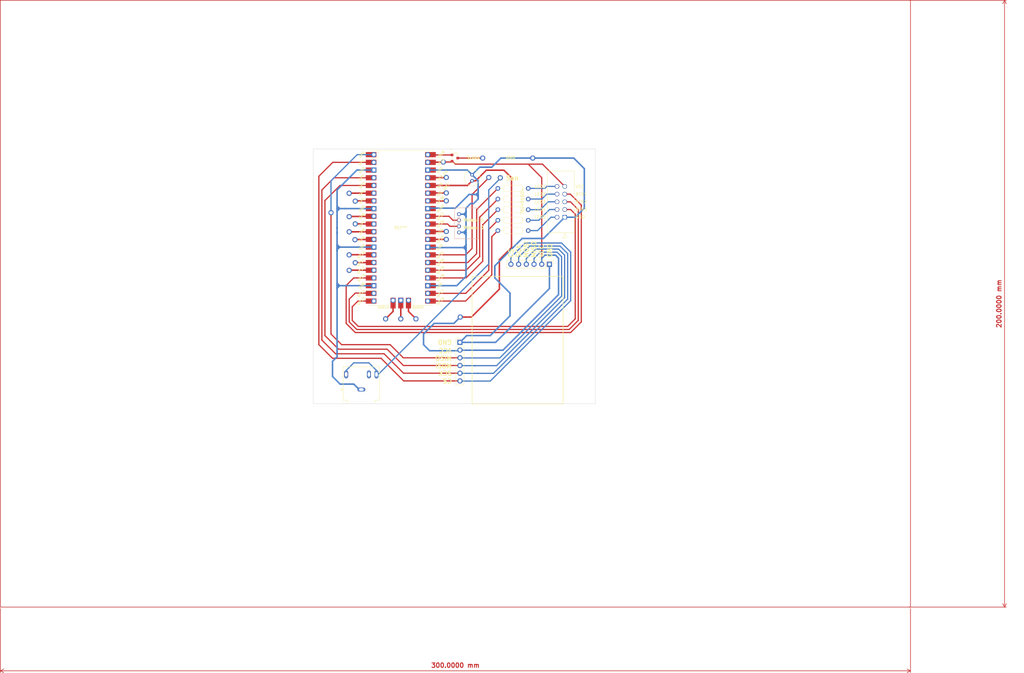
<source format=kicad_pcb>
(kicad_pcb (version 20240108) (generator "pcbnew") (generator_version "8.0")
  (layers (0 "F.Cu" signal) (31 "B.Cu" signal) (34 "B.Paste" user) (35 "F.Paste" user) (36 "B.SilkS" user "B.Silkscreen") (37 "F.SilkS" user "F.Silkscreen") (38 "B.Mask" user) (39 "F.Mask" user) (44 "Edge.Cuts" user))
  (net 0 "")
  (net 1 "GND")
  (net 2 "3V3")
  (net 3 "VCC")
  (footprint "" (layer "F.Cu") (at 315 163.6)
    (property "Reference" "")
    (property "Value" "")
  )
  (footprint "" (layer "F.Cu") (at 361 158.4)
    (property "Reference" "")
    (property "Value" "")
  )
  (footprint "Connector_PinHeader_2.54mm:PinHeader_1x06_P2.54mm_Vertical" (layer "F.Cu") (at 351.5 212.75)
    (property "Reference" "REF**" (hide yes))
    (property "Value" "PinHeader_1x06_P2.54mm_Vertical")
  )
  (footprint "MCU_RaspberryPi_and_Boards:Res" (layer "F.Cu") (at 370 172)
    (property "Reference" "REF**" (hide yes))
    (property "Value" "Res" (hide yes))
  )
  (footprint "" (layer "F.Cu") (at 315 183.9)
    (property "Reference" "")
    (property "Value" "")
  )
  (footprint "" (layer "F.Cu") (at 316.9 178.9)
    (property "Reference" "")
    (property "Value" "")
  )
  (footprint "Library_Perso:pad 1mm" (layer "F.Cu") (at 347 178.8)
    (property "Reference" "REF**" (hide yes))
    (property "Value" "pad 1mm" (hide yes))
  )
  (footprint "" (layer "F.Cu") (at 315 171.3)
    (property "Reference" "")
    (property "Value" "")
  )
  (footprint "" (layer "F.Cu") (at 375.5 152)
    (property "Reference" "")
    (property "Value" "")
  )
  (footprint "" (layer "F.Cu") (at 337 205)
    (property "Reference" "")
    (property "Value" "")
  )
  (footprint "" (layer "F.Cu") (at 309 170)
    (property "Reference" "")
    (property "Value" "")
  )
  (footprint "" (layer "F.Cu") (at 315 189)
    (property "Reference" "")
    (property "Value" "")
  )
  (footprint "" (layer "F.Cu") (at 347 166.1)
    (property "Reference" "")
    (property "Value" "")
  )
  (footprint "" (layer "F.Cu") (at 317 166.2)
    (property "Reference" "")
    (property "Value" "")
  )
  (footprint "Connector_PinHeader_2.54mm:PinHeader_1x06_P2.54mm_Vertical" (layer "F.Cu") (at 381 187 -90)
    (property "Reference" "REF**" (hide yes))
    (property "Value" "PinHeader_1x06_P2.54mm_Vertical")
  )
  (footprint "" (layer "F.Cu") (at 327 205)
    (property "Reference" "")
    (property "Value" "")
  )
  (footprint "Capacitor_THT:C_Radial_D5.0mm_H5.0mm_P2.00mm" (layer "F.Cu") (at 355.5 159.5 90)
    (property "Reference" "REF**" (hide yes))
    (property "Value" "C_Radial_D5.0mm_H5.0mm_P2.00mm")
  )
  (footprint "" (layer "F.Cu") (at 359 152)
    (property "Reference" "")
    (property "Value" "")
  )
  (footprint "" (layer "F.Cu") (at 332 205)
    (property "Reference" "")
    (property "Value" "")
  )
  (footprint "" (layer "F.Cu") (at 351.6 204.4)
    (property "Reference" "")
    (property "Value" "")
  )
  (footprint "MCU_RaspberryPi_and_Boards:Res" (layer "F.Cu") (at 370 182.5)
    (property "Reference" "REF**" (hide yes))
    (property "Value" "Res" (hide yes))
  )
  (footprint "" (layer "F.Cu") (at 317 173.7)
    (property "Reference" "")
    (property "Value" "")
  )
  (footprint "MCU_RaspberryPi_and_Boards:CON_702461004_MOL" (layer "F.Cu") (at 386.04 171.5 90)
    (property "Reference" "REF**" (hide yes))
    (property "Value" "CON_702461004_MOL" (hide yes))
  )
  (footprint "" (layer "F.Cu") (at 346 153.3)
    (property "Reference" "")
    (property "Value" "")
  )
  (footprint "" (layer "F.Cu") (at 315 176.3)
    (property "Reference" "")
    (property "Value" "")
  )
  (footprint "" (layer "F.Cu") (at 347 176.2)
    (property "Reference" "")
    (property "Value" "")
  )
  (footprint "MCU_RaspberryPi_and_Boards:CUI_SJ1-3524NG" (layer "F.Cu") (at 319 228.3 90)
    (property "Reference" "REF**" (hide yes))
    (property "Value" "CUI_SJ1-3524NG")
    (fp_line (start -4.5 -6) (end -4.5 -2) (stroke (width 0.01)) (layer "Edge.Cuts"))
    (fp_line (start -3.3 -2) (end -3.3 2) (stroke (width 0.01)) (layer "Edge.Cuts"))
    (fp_line (start -4.5 -2) (end -3.3 -2) (stroke (width 0.01)) (layer "Edge.Cuts"))
    (fp_line (start -3.3 2) (end -4.5 2) (stroke (width 0.01)) (layer "Edge.Cuts"))
    (fp_line (start -4.5 2) (end -4.5 6) (stroke (width 0.01)) (layer "Edge.Cuts"))
  )
  (footprint "" (layer "F.Cu") (at 347 158.4)
    (property "Reference" "")
    (property "Value" "")
  )
  (footprint "MCU_RaspberryPi_and_Boards:Res" (layer "F.Cu") (at 370 175.5)
    (property "Reference" "REF**" (hide yes))
    (property "Value" "Res" (hide yes))
  )
  (footprint "MCU_RaspberryPi_and_Boards:Res" (layer "F.Cu") (at 370 179)
    (property "Reference" "REF**" (hide yes))
    (property "Value" "Res" (hide yes))
  )
  (footprint "" (layer "F.Cu") (at 364.8 158.5)
    (property "Reference" "")
    (property "Value" "")
  )
  (footprint "MCU_RaspberryPi_and_Boards:SOT-23_DIO" (layer "F.Cu") (at 349.83 152 -90)
    (property "Reference" "REF**" (hide yes))
    (property "Value" "SOT-23_DIO")
  )
  (footprint "MCU_RaspberryPi_and_Boards:Res" (layer "F.Cu") (at 370 185.9)
    (property "Reference" "REF**" (hide yes))
    (property "Value" "Res" (hide yes))
  )
  (footprint "" (layer "F.Cu") (at 347 163.5)
    (property "Reference" "")
    (property "Value" "")
  )
  (footprint "" (layer "F.Cu") (at 317 186.5)
    (property "Reference" "")
    (property "Value" "")
  )
  (footprint "MCU_RaspberryPi_and_Boards:RPi_Pico_SMD_TH" (layer "F.Cu") (at 332 175)
    (property "Reference" "REF**")
    (property "Value" "RPi_Pico_SMD_TH")
  )
  (footprint "MCU_RaspberryPi_and_Boards:CONN_S4B-PH-K-S_JST" (layer "B.Cu") (at 351.2 170.5 -90)
    (property "Reference" "REF**")
    (property "Value" "CONN_S4B-PH-K-S_JST")
  )
  (gr_rect (start 200 100) (end 500 300) (stroke (width 0.2)) (fill none) (layer "F.Cu"))
  (gr_rect (start 355.5 191) (end 385.5 233) (stroke (width 0.2)) (fill none) (layer "F.SilkS"))
  (gr_rect (start 303.15 149) (end 396.15 233) (stroke (width 0.1)) (fill none) (layer "Edge.Cuts"))
  (gr_text "BTN1" (at 389.5 164.5 0) (layer "F.SilkS") (effects (font (size 1 1)) (justify left bottom)))
  (gr_text "SCK" (at 349 222 180) (layer "F.SilkS") (effects (font (size 1.5 1.5) (thickness 0.3) (bold yes)) (justify left bottom)))
  (gr_text "3xAAA" (at 353.5 152.5 0) (layer "F.SilkS") (effects (font (size 1 1) (thickness 0.2) (bold yes)) (justify left bottom)))
  (gr_text "Son" (at 366.5 159.5 0) (layer "F.SilkS") (effects (font (size 1.5 1.5) (thickness 0.3) (bold yes)) (justify left bottom)))
  (gr_text "MISO" (at 376.75 185 90) (layer "F.SilkS") (effects (font (size 1.5 1.5) (thickness 0.3) (bold yes)) (justify left bottom)))
  (gr_text "GND" (at 349 211.75 180) (layer "F.SilkS") (effects (font (size 1.5 1.5) (thickness 0.3) (bold yes)) (justify left bottom)))
  (gr_text "CS" (at 349 224.5 180) (layer "F.SilkS") (effects (font (size 1.5 1.5) (thickness 0.3) (bold yes)) (justify left bottom)))
  (gr_text "VCC" (at 389.5 162 0) (layer "F.SilkS") (effects (font (size 1 1)) (justify left bottom)))
  (gr_text "GND" (at 382 185 90) (layer "F.SilkS") (effects (font (size 1.5 1.5) (thickness 0.3) (bold yes)) (justify left bottom)))
  (gr_text "GND" (at 389.5 172 0) (layer "F.SilkS") (effects (font (size 1 1)) (justify left bottom)))
  (gr_text "LED1" (at 376 162 0) (layer "F.SilkS") (effects (font (size 1 1)) (justify left bottom)))
  (gr_text "LED5" (at 376 172 0) (layer "F.SilkS") (effects (font (size 1 1)) (justify left bottom)))
  (gr_text "LED4" (at 376 169.5 0) (layer "F.SilkS") (effects (font (size 1 1)) (justify left bottom)))
  (gr_text "VCC" (at 349 214.5 180) (layer "F.SilkS") (effects (font (size 1.5 1.5) (thickness 0.3) (bold yes)) (justify left bottom)))
  (gr_text "MOSI" (at 374.25 185 90) (layer "F.SilkS") (effects (font (size 1.5 1.5) (thickness 0.3) (bold yes)) (justify left bottom)))
  (gr_text "VCC" (at 379.25 185 90) (layer "F.SilkS") (effects (font (size 1.5 1.5) (thickness 0.3) (bold yes)) (justify left bottom)))
  (gr_text "MOSI" (at 349 219.5 180) (layer "F.SilkS") (effects (font (size 1.5 1.5) (thickness 0.3) (bold yes)) (justify left bottom)))
  (gr_text "LED2" (at 376 164.5 0) (layer "F.SilkS") (effects (font (size 1 1)) (justify left bottom)))
  (gr_text "BTN3" (at 389.5 169.5 0) (layer "F.SilkS") (effects (font (size 1 1)) (justify left bottom)))
  (gr_text "Moteur D" (at 352.5 175.5 0) (layer "F.SilkS") (effects (font (size 1 1) (thickness 0.2) (bold yes)) (justify left bottom)))
  (gr_text "CS" (at 369.25 185 90) (layer "F.SilkS") (effects (font (size 1.5 1.5) (thickness 0.3) (bold yes)) (justify left bottom)))
  (gr_text "LED3" (at 376 167 0) (layer "F.SilkS") (effects (font (size 1 1)) (justify left bottom)))
  (gr_text "BTN2" (at 389.5 167 0) (layer "F.SilkS") (effects (font (size 1 1)) (justify left bottom)))
  (gr_text "GND" (at 366.5 152.5 0) (layer "F.SilkS") (effects (font (size 1 1) (thickness 0.2) (bold yes)) (justify left bottom)))
  (gr_text "MISO" (at 349 217 180) (layer "F.SilkS") (effects (font (size 1.5 1.5) (thickness 0.3) (bold yes)) (justify left bottom)))
  (gr_text "Moteur G" (at 352.5 173 0) (layer "F.SilkS") (effects (font (size 1 1) (thickness 0.2) (bold yes)) (justify left bottom)))
  (gr_text "SCK" (at 371.75 185 90) (layer "F.SilkS") (effects (font (size 1.5 1.5) (thickness 0.3) (bold yes)) (justify left bottom)))
  (dimension (type aligned) (layer "F.Cu") (pts (xy 500 300) (xy 200 300)) (height -21) (gr_text "300.0000 mm" (at 350 319.2 0) (layer "F.Cu") (effects (font (size 1.5 1.5) (thickness 0.3)))) (format (prefix "") (suffix "") (units 3) (units_format 1) (precision 4)) (style (thickness 0.2) (arrow_length 1.27) (text_position_mode 0) (extension_height 0.58642) (extension_offset 0.5) keep_text_aligned))
  (dimension (type aligned) (layer "F.Cu") (pts (xy 499 100) (xy 499 300)) (height -32) (gr_text "200.0000 mm" (at 529.2 200 90) (layer "F.Cu") (effects (font (size 1.5 1.5) (thickness 0.3)))) (format (prefix "") (suffix "") (units 3) (units_format 1) (precision 4)) (style (thickness 0.2) (arrow_length 1.27) (text_position_mode 0) (extension_height 0.58642) (extension_offset 0.5) keep_text_aligned))
  (segment (start 340.89 199.13) (end 353.37 199.13) (width 0.4) (layer "F.Cu") (net 0))
  (segment (start 314 206.5) (end 314 194) (width 0.4) (layer "F.Cu") (net 0))
  (segment (start 319.5 163.6) (end 323.08 163.6) (width 0.5) (layer "F.Cu") (net 0))
  (segment (start 358 184.5) (end 358 171.5) (width 0.4) (layer "F.Cu") (net 0))
  (segment (start 347.43 173.73) (end 340.89 173.73) (width 0.4) (layer "F.Cu") (net 0))
  (segment (start 323.11 176.27) (end 323.08 176.3) (width 0.5) (layer "F.Cu") (net 0))
  (segment (start 310.01 158.49) (end 323.11 158.49) (width 0.4) (layer "F.Cu") (net 0))
  (segment (start 317.87 199.13) (end 323.11 199.13) (width 0.4) (layer "F.Cu") (net 0))
  (segment (start 332 198.9) (end 332 205) (width 0.5) (layer "F.Cu") (net 0))
  (segment (start 311.97 161.03) (end 323.11 161.03) (width 0.4) (layer "F.Cu") (net 0))
  (segment (start 346.95 158.45) (end 347 158.4) (width 0.5) (layer "F.Cu") (net 0))
  (segment (start 387.96 168.96) (end 389.5 170.5) (width 0.4) (layer "F.Cu") (net 0))
  (segment (start 323.09 188.95) (end 323.11 188.97) (width 0.5) (layer "F.Cu") (net 0))
  (segment (start 357 169) (end 364 162) (width 0.4) (layer "F.Cu") (net 0))
  (segment (start 327.5 215) (end 311.5 215) (width 0.4) (layer "F.Cu") (net 0))
  (segment (start 314 194) (end 316.49 191.51) (width 0.4) (layer "F.Cu") (net 0))
  (segment (start 340.89 196.59) (end 353.41 196.59) (width 0.4) (layer "F.Cu") (net 0))
  (segment (start 357 183.5) (end 357 169) (width 0.4) (layer "F.Cu") (net 0))
  (segment (start 387 207.5) (end 318 207.5) (width 0.4) (layer "F.Cu") (net 0))
  (segment (start 316.95 178.85) (end 316.9 178.9) (width 0.5) (layer "F.Cu") (net 0))
  (segment (start 362 190.5) (end 362 177.9) (width 0.4) (layer "F.Cu") (net 0))
  (segment (start 323.11 171.19) (end 323.05 171.25) (width 0.5) (layer "F.Cu") (net 0))
  (segment (start 312.5 213.5) (end 328.5 213.5) (width 0.4) (layer "F.Cu") (net 0))
  (segment (start 348.1951 174.4951) (end 347.43 173.73) (width 0.4) (layer "F.Cu") (net 0))
  (segment (start 315.05 183.85) (end 323.07 183.85) (width 0.5) (layer "F.Cu") (net 0))
  (segment (start 388 209.5) (end 317 209.5) (width 0.4) (layer "F.Cu") (net 0))
  (segment (start 353.49 191.51) (end 359 186) (width 0.4) (layer "F.Cu") (net 0))
  (segment (start 305 213.5) (end 305 158) (width 0.4) (layer "F.Cu") (net 0))
  (segment (start 317.5 208.5) (end 315 206) (width 0.4) (layer "F.Cu") (net 0))
  (segment (start 353.37 199.13) (end 362 190.5) (width 0.4) (layer "F.Cu") (net 0))
  (segment (start 340.89 191.51) (end 353.49 191.51) (width 0.4) (layer "F.Cu") (net 0))
  (segment (start 340.89 158.49) (end 340.93 158.45) (width 0.5) (layer "F.Cu") (net 0))
  (segment (start 323.08 163.6) (end 323.11 163.57) (width 0.5) (layer "F.Cu") (net 0))
  (segment (start 340.89 163.57) (end 340.96 163.5) (width 0.5) (layer "F.Cu") (net 0))
  (segment (start 315 189) (end 315.05 188.95) (width 0.5) (layer "F.Cu") (net 0))
  (segment (start 334.54 202.54) (end 337 205) (width 0.5) (layer "F.Cu") (net 0))
  (segment (start 315 206) (end 315 198.5) (width 0.4) (layer "F.Cu") (net 0))
  (segment (start 315 184) (end 315 183.9) (width 0.5) (layer "F.Cu") (net 0))
  (segment (start 309 210) (end 312.5 213.5) (width 0.4) (layer "F.Cu") (net 0))
  (segment (start 353.41 196.59) (end 361 189) (width 0.4) (layer "F.Cu") (net 0))
  (segment (start 323.09 186.45) (end 317.05 186.45) (width 0.5) (layer "F.Cu") (net 0))
  (segment (start 340.96 176.2) (end 346.81 176.2) (width 0.5) (layer "F.Cu") (net 0))
  (segment (start 390.5 169) (end 390.5 205.5) (width 0.4) (layer "F.Cu") (net 0))
  (segment (start 350.775 152) (end 359 152) (width 0.4) (layer "F.Cu") (net 0))
  (segment (start 310.5 216.5) (end 306 212) (width 0.4) (layer "F.Cu") (net 0))
  (segment (start 387.5 208.5) (end 317.5 208.5) (width 0.4) (layer "F.Cu") (net 0))
  (segment (start 340.89 176.27) (end 340.96 176.2) (width 0.5) (layer "F.Cu") (net 0))
  (segment (start 323.08 176.3) (end 315 176.3) (width 0.5) (layer "F.Cu") (net 0))
  (segment (start 351.5 222.91) (end 332.91 222.91) (width 0.4) (layer "F.Cu") (net 0))
  (segment (start 326.5 216.5) (end 310.5 216.5) (width 0.4) (layer "F.Cu") (net 0))
  (segment (start 309.5 218) (end 305 213.5) (width 0.4) (layer "F.Cu") (net 0))
  (segment (start 390.5 205.5) (end 387.5 208.5) (width 0.4) (layer "F.Cu") (net 0))
  (segment (start 311.5 215) (end 307 210.5) (width 0.4) (layer "F.Cu") (net 0))
  (segment (start 329.46 202.54) (end 329.46 198.9) (width 0.5) (layer "F.Cu") (net 0))
  (segment (start 307 166) (end 311.97 161.03) (width 0.4) (layer "F.Cu") (net 0))
  (segment (start 387.88 163.88) (end 391.5 167.5) (width 0.4) (layer "F.Cu") (net 0))
  (segment (start 306 212) (end 306 162.5) (width 0.4) (layer "F.Cu") (net 0))
  (segment (start 332.91 222.91) (end 326.5 216.5) (width 0.4) (layer "F.Cu") (net 0))
  (segment (start 323.11 163.57) (end 315.03 163.57) (width 0.5) (layer "F.Cu") (net 0))
  (segment (start 358 171.5) (end 364 165.5) (width 0.4) (layer "F.Cu") (net 0))
  (segment (start 332.83 217.83) (end 351.5 217.83) (width 0.4) (layer "F.Cu") (net 0))
  (segment (start 327 205) (end 329.46 202.54) (width 0.5) (layer "F.Cu") (net 0))
  (segment (start 306 162.5) (end 310.01 158.49) (width 0.4) (layer "F.Cu") (net 0))
  (segment (start 325.5 218) (end 309.5 218) (width 0.4) (layer "F.Cu") (net 0))
  (segment (start 315 183.9) (end 315.05 183.85) (width 0.5) (layer "F.Cu") (net 0))
  (segment (start 362 177.9) (end 364 175.9) (width 0.4) (layer "F.Cu") (net 0))
  (segment (start 389.5 205) (end 387 207.5) (width 0.4) (layer "F.Cu") (net 0))
  (segment (start 315.03 163.57) (end 315 163.6) (width 0.5) (layer "F.Cu") (net 0))
  (segment (start 359 174) (end 364 169) (width 0.4) (layer "F.Cu") (net 0))
  (segment (start 340.89 166.11) (end 340.93 166.15) (width 0.5) (layer "F.Cu") (net 0))
  (segment (start 307 210.5) (end 307 166) (width 0.4) (layer "F.Cu") (net 0))
  (segment (start 317 196.5) (end 323.02 196.5) (width 0.4) (layer "F.Cu") (net 0))
  (segment (start 340.995001 150.975001) (end 348.885001 150.975001) (width 0.4) (layer "F.Cu") (net 0))
  (segment (start 323.07 178.85) (end 316.95 178.85) (width 0.5) (layer "F.Cu") (net 0))
  (segment (start 315.05 188.95) (end 323.09 188.95) (width 0.5) (layer "F.Cu") (net 0))
  (segment (start 317.05 186.45) (end 317.1 186.4) (width 0.5) (layer "F.Cu") (net 0))
  (segment (start 315.05 171.25) (end 315 171.2) (width 0.5) (layer "F.Cu") (net 0))
  (segment (start 323.07 183.85) (end 323.11 183.89) (width 0.5) (layer "F.Cu") (net 0))
  (segment (start 349.195099 172.495099) (end 347.89 171.19) (width 0.4) (layer "F.Cu") (net 0))
  (segment (start 351.5 225.45) (end 332.95 225.45) (width 0.4) (layer "F.Cu") (net 0))
  (segment (start 391.5 167.5) (end 391.5 206) (width 0.4) (layer "F.Cu") (net 0))
  (segment (start 340.93 166.15) (end 346.81 166.15) (width 0.5) (layer "F.Cu") (net 0))
  (segment (start 353.53 188.97) (end 358 184.5) (width 0.4) (layer "F.Cu") (net 0))
  (segment (start 316 201) (end 317.87 199.13) (width 0.4) (layer "F.Cu") (net 0))
  (segment (start 340.96 163.5) (end 346.81 163.5) (width 0.5) (layer "F.Cu") (net 0))
  (segment (start 323.11 173.73) (end 323.08 173.7) (width 0.5) (layer "F.Cu") (net 0))
  (segment (start 323.11 186.43) (end 323.09 186.45) (width 0.5) (layer "F.Cu") (net 0))
  (segment (start 347.89 171.19) (end 340.89 171.19) (width 0.4) (layer "F.Cu") (net 0))
  (segment (start 351.5 220.37) (end 332.87 220.37) (width 0.4) (layer "F.Cu") (net 0))
  (segment (start 386.04 163.88) (end 387.88 163.88) (width 0.4) (layer "F.Cu") (net 0))
  (segment (start 323.05 171.25) (end 315.05 171.25) (width 0.5) (layer "F.Cu") (net 0))
  (segment (start 361 189) (end 361 175.5) (width 0.4) (layer "F.Cu") (net 0))
  (segment (start 318 207.5) (end 316 205.5) (width 0.4) (layer "F.Cu") (net 0))
  (segment (start 328.5 213.5) (end 332.83 217.83) (width 0.4) (layer "F.Cu") (net 0))
  (segment (start 332.87 220.37) (end 327.5 215) (width 0.4) (layer "F.Cu") (net 0))
  (segment (start 351.3826 172.495099) (end 349.195099 172.495099) (width 0.4) (layer "F.Cu") (net 0))
  (segment (start 340.89 186.43) (end 354.07 186.43) (width 0.4) (layer "F.Cu") (net 0))
  (segment (start 315 198.5) (end 317 196.5) (width 0.4) (layer "F.Cu") (net 0))
  (segment (start 387.92 166.42) (end 390.5 169) (width 0.4) (layer "F.Cu") (net 0))
  (segment (start 354.07 186.43) (end 357 183.5) (width 0.4) (layer "F.Cu") (net 0))
  (segment (start 359 186) (end 359 174) (width 0.4) (layer "F.Cu") (net 0))
  (segment (start 340.89 188.97) (end 353.53 188.97) (width 0.4) (layer "F.Cu") (net 0))
  (segment (start 389.5 170.5) (end 389.5 205) (width 0.4) (layer "F.Cu") (net 0))
  (segment (start 386.04 166.42) (end 387.92 166.42) (width 0.4) (layer "F.Cu") (net 0))
  (segment (start 316.49 191.51) (end 323.11 191.51) (width 0.4) (layer "F.Cu") (net 0))
  (segment (start 317 209.5) (end 314 206.5) (width 0.4) (layer "F.Cu") (net 0))
  (segment (start 361 175.5) (end 364 172.5) (width 0.4) (layer "F.Cu") (net 0))
  (segment (start 309.59 153.41) (end 323.11 153.41) (width 0.4) (layer "F.Cu") (net 0))
  (segment (start 309 170) (end 309 210) (width 0.4) (layer "F.Cu") (net 0))
  (segment (start 323.11 166.11) (end 317.09 166.11) (width 0.5) (layer "F.Cu") (net 0))
  (segment (start 340.9 178.8) (end 346.81 178.8) (width 0.5) (layer "F.Cu") (net 0))
  (segment (start 305 158) (end 309.59 153.41) (width 0.4) (layer "F.Cu") (net 0))
  (segment (start 334.54 198.9) (end 334.54 202.54) (width 0.5) (layer "F.Cu") (net 0))
  (segment (start 323.02 196.5) (end 323.11 196.59) (width 0.4) (layer "F.Cu") (net 0))
  (segment (start 340.93 158.45) (end 346.95 158.45) (width 0.5) (layer "F.Cu") (net 0))
  (segment (start 351.3826 174.4951) (end 348.1951 174.4951) (width 0.4) (layer "F.Cu") (net 0))
  (segment (start 323.08 173.7) (end 317 173.7) (width 0.5) (layer "F.Cu") (net 0))
  (segment (start 323.11 178.81) (end 323.07 178.85) (width 0.5) (layer "F.Cu") (net 0))
  (segment (start 391.5 206) (end 388 209.5) (width 0.4) (layer "F.Cu") (net 0))
  (segment (start 340.89 150.87) (end 340.995001 150.975001) (width 0.4) (layer "F.Cu") (net 0))
  (segment (start 317.09 166.11) (end 317 166.2) (width 0.5) (layer "F.Cu") (net 0))
  (segment (start 332.95 225.45) (end 325.5 218) (width 0.4) (layer "F.Cu") (net 0))
  (segment (start 316 205.5) (end 316 201) (width 0.4) (layer "F.Cu") (net 0))
  (segment (start 386.04 168.96) (end 387.96 168.96) (width 0.4) (layer "F.Cu") (net 0))
  (segment (start 340.89 178.81) (end 340.9 178.8) (width 0.5) (layer "F.Cu") (net 0))
  (segment (start 388 183) (end 388 199) (width 0.4) (layer "B.Cu") (net 0))
  (segment (start 387 198.5) (end 362.54 222.96) (width 0.4) (layer "B.Cu") (net 0))
  (segment (start 380.58 166.42) (end 378 169) (width 0.4) (layer "B.Cu") (net 0))
  (segment (start 378 183) (end 383.5 183) (width 0.4) (layer "B.Cu") (net 0))
  (segment (start 383.5 166.42) (end 380.58 166.42) (width 0.4) (layer "B.Cu") (net 0))
  (segment (start 379.5 162) (end 380.16 161.34) (width 0.4) (layer "B.Cu") (net 0))
  (segment (start 385 180) (end 388 183) (width 0.4) (layer "B.Cu") (net 0))
  (segment (start 368.3 184.7) (end 373 180) (width 0.4) (layer "B.Cu") (net 0))
  (segment (start 356.58 220.42) (end 356.5 220.42) (width 0.4) (layer "B.Cu") (net 0))
  (segment (start 356.5 220.42) (end 351.5 220.42) (width 0.4) (layer "B.Cu") (net 0))
  (segment (start 370.84 187) (end 370.84 184.66) (width 0.4) (layer "B.Cu") (net 0))
  (segment (start 361.5 225.5) (end 351.5 225.5) (width 0.4) (layer "B.Cu") (net 0))
  (segment (start 381.5 171.5) (end 377.1 175.9) (width 0.4) (layer "B.Cu") (net 0))
  (segment (start 309 159.5) (end 317.63 150.87) (width 0.4) (layer "B.Cu") (net 0))
  (segment (start 357.5 222.96) (end 351.5 222.96) (width 0.4) (layer "B.Cu") (net 0))
  (segment (start 364.62 217.88) (end 355.2 217.88) (width 0.4) (layer "B.Cu") (net 0))
  (segment (start 317.63 150.87) (end 323.11 150.87) (width 0.4) (layer "B.Cu") (net 0))
  (segment (start 381.04 168.96) (end 377.5 172.5) (width 0.4) (layer "B.Cu") (net 0))
  (segment (start 375.92 187) (end 375.92 185.08) (width 0.4) (layer "B.Cu") (net 0))
  (segment (start 385 184.5) (end 385 197.5) (width 0.4) (layer "B.Cu") (net 0))
  (segment (start 385 197.5) (end 364.62 217.88) (width 0.4) (layer "B.Cu") (net 0))
  (segment (start 373.38 187) (end 373.38 185.12) (width 0.4) (layer "B.Cu") (net 0))
  (segment (start 387 183.5) (end 387 198.5) (width 0.4) (layer "B.Cu") (net 0))
  (segment (start 351.5 217.88) (end 355.5 217.88) (width 0.4) (layer "B.Cu") (net 0))
  (segment (start 309 170) (end 309 159.5) (width 0.4) (layer "B.Cu") (net 0))
  (segment (start 364 175.9) (end 364 175.6) (width 0.4) (layer "B.Cu") (net 0))
  (segment (start 368.3 187) (end 368.3 184.7) (width 0.4) (layer "B.Cu") (net 0))
  (segment (start 380.12 163.88) (end 378.5 165.5) (width 0.4) (layer "B.Cu") (net 0))
  (segment (start 376.5 182) (end 384 182) (width 0.4) (layer "B.Cu") (net 0))
  (segment (start 383.5 183) (end 385 184.5) (width 0.4) (layer "B.Cu") (net 0))
  (segment (start 377.1 175.9) (end 374 175.9) (width 0.4) (layer "B.Cu") (net 0))
  (segment (start 357.54 222.96) (end 357.5 222.96) (width 0.4) (layer "B.Cu") (net 0))
  (segment (start 386 184) (end 386 198) (width 0.4) (layer "B.Cu") (net 0))
  (segment (start 383.5 168.96) (end 381.04 168.96) (width 0.4) (layer "B.Cu") (net 0))
  (segment (start 377.5 172.5) (end 374 172.5) (width 0.4) (layer "B.Cu") (net 0))
  (segment (start 373 180) (end 385 180) (width 0.4) (layer "B.Cu") (net 0))
  (segment (start 374.5 181) (end 384.5 181) (width 0.4) (layer "B.Cu") (net 0))
  (segment (start 370.84 184.66) (end 374.5 181) (width 0.4) (layer "B.Cu") (net 0))
  (segment (start 384.5 181) (end 387 183.5) (width 0.4) (layer "B.Cu") (net 0))
  (segment (start 375.92 185.08) (end 378 183) (width 0.4) (layer "B.Cu") (net 0))
  (segment (start 373.38 185.12) (end 376.5 182) (width 0.4) (layer "B.Cu") (net 0))
  (segment (start 378 169) (end 374 169) (width 0.4) (layer "B.Cu") (net 0))
  (segment (start 380.16 161.34) (end 383.5 161.34) (width 0.4) (layer "B.Cu") (net 0))
  (segment (start 363.58 220.42) (end 356.1 220.42) (width 0.4) (layer "B.Cu") (net 0))
  (segment (start 355.5 217.88) (end 355.62 217.88) (width 0.4) (layer "B.Cu") (net 0))
  (segment (start 386 198) (end 363.58 220.42) (width 0.4) (layer "B.Cu") (net 0))
  (segment (start 374 162) (end 379.5 162) (width 0.4) (layer "B.Cu") (net 0))
  (segment (start 383.5 163.88) (end 380.12 163.88) (width 0.4) (layer "B.Cu") (net 0))
  (segment (start 388 199) (end 361.5 225.5) (width 0.4) (layer "B.Cu") (net 0))
  (segment (start 383.5 171.5) (end 381.5 171.5) (width 0.4) (layer "B.Cu") (net 0))
  (segment (start 362.54 222.96) (end 357.5 222.96) (width 0.4) (layer "B.Cu") (net 0))
  (segment (start 378.5 165.5) (end 374 165.5) (width 0.4) (layer "B.Cu") (net 0))
  (segment (start 384 182) (end 386 184) (width 0.4) (layer "B.Cu") (net 0))
  (segment (start 311 193.2) (end 311 193.7) (width 0.5) (layer "B.Cu") (net 1))
  (segment (start 352.795101 170.5) (end 352.8 170.495101) (width 0.5) (layer "B.Cu") (net 1))
  (segment (start 311 182.2) (end 311 182.6) (width 0.5) (layer "B.Cu") (net 1))
  (segment (start 353.5 180.7) (end 353.5 180.6) (width 0.5) (layer "B.Cu") (net 1))
  (segment (start 311.4 168.65) (end 311.15 168.65) (width 0.5) (layer "B.Cu") (net 1))
  (segment (start 351.3826 170.495101) (end 351.204899 170.495101) (width 0.5) (layer "B.Cu") (net 1))
  (segment (start 311.15 168.65) (end 311 168.5) (width 0.5) (layer "B.Cu") (net 1))
  (segment (start 311 181.8) (end 311 182.6) (width 0.5) (layer "B.Cu") (net 1))
  (segment (start 354.5 164) (end 356.5 164) (width 0.5) (layer "B.Cu") (net 1))
  (segment (start 311 180.5) (end 311 180.9) (width 0.5) (layer "B.Cu") (net 1))
  (segment (start 365 152) (end 389 152) (width 0.5) (layer "B.Cu") (net 1))
  (segment (start 311 194.5) (end 311 194.9) (width 0.5) (layer "B.Cu") (net 1))
  (segment (start 311 194.45) (end 311.4 194.05) (width 0.5) (layer "B.Cu") (net 1))
  (segment (start 361.5 210.5) (end 353.75 210.5) (width 0.5) (layer "B.Cu") (net 1))
  (segment (start 352.704901 176.495099) (end 353.5 175.7) (width 0.5) (layer "B.Cu") (net 1))
  (segment (start 372 178.5) (end 363 187.5) (width 0.5) (layer "B.Cu") (net 1))
  (segment (start 311 181.8) (end 311 181.75) (width 0.5) (layer "B.Cu") (net 1))
  (segment (start 363.25 212.75) (end 351.5 212.75) (width 0.5) (layer "B.Cu") (net 1))
  (segment (start 353.5 169.6) (end 353.5 169.795101) (width 0.5) (layer "B.Cu") (net 1))
  (segment (start 311 162.5) (end 311 168.5) (width 0.5) (layer "B.Cu") (net 1))
  (segment (start 352.8 170.495101) (end 353.395101 170.495101) (width 0.5) (layer "B.Cu") (net 1))
  (segment (start 311.85 181.35) (end 311 180.5) (width 0.5) (layer "B.Cu") (net 1))
  (segment (start 311 182.6) (end 311 193.2) (width 0.5) (layer "B.Cu") (net 1))
  (segment (start 353.15 181.5) (end 353.4 181.5) (width 0.5) (layer "B.Cu") (net 1))
  (segment (start 357.5 164.5) (end 357.5 164) (width 0.5) (layer "B.Cu") (net 1))
  (segment (start 356 167) (end 357.5 165.5) (width 0.5) (layer "B.Cu") (net 1))
  (segment (start 311.05 193.7) (end 311.4 194.05) (width 0.5) (layer "B.Cu") (net 1))
  (segment (start 311.8 194.05) (end 311.4 194.05) (width 0.5) (layer "B.Cu") (net 1))
  (segment (start 362 155) (end 358 155) (width 0.5) (layer "B.Cu") (net 1))
  (segment (start 352.6 176.495099) (end 353.495099 176.495099) (width 0.5) (layer "B.Cu") (net 1))
  (segment (start 351.2 176.499998) (end 352.700002 176.499998) (width 0.25) (layer "B.Cu") (net 1))
  (segment (start 352.8 170.5) (end 353.5 171.2) (width 0.5) (layer "B.Cu") (net 1))
  (segment (start 311 171.1) (end 311 172) (width 0.5) (layer "B.Cu") (net 1))
  (segment (start 353.5 181.8) (end 353.5 181.25) (width 0.5) (layer "B.Cu") (net 1))
  (segment (start 311 194.9) (end 311 216) (width 0.5) (layer "B.Cu") (net 1))
  (segment (start 352.7 181.5) (end 353.15 181.5) (width 0.5) (layer "B.Cu") (net 1))
  (segment (start 356.5 164) (end 357 164) (width 0.5) (layer "B.Cu") (net 1))
  (segment (start 357.5 163) (end 357.5 159.5) (width 0.5) (layer "B.Cu") (net 1))
  (segment (start 353.395101 170.495101) (end 353.5 170.6) (width 0.25) (layer "B.Cu") (net 1))
  (segment (start 357.5 164.5) (end 357.5 164.4) (width 0.5) (layer "B.Cu") (net 1))
  (segment (start 357 164) (end 357.5 164) (width 0.5) (layer "B.Cu") (net 1))
  (segment (start 352.6 176.495099) (end 352.704901 176.495099) (width 0.5) (layer "B.Cu") (net 1))
  (segment (start 340.89 181.35) (end 341.04 181.5) (width 0.5) (layer "B.Cu") (net 1))
  (segment (start 352.700002 176.499998) (end 352.704901 176.495099) (width 0.25) (layer "B.Cu") (net 1))
  (segment (start 353.5 175.7) (end 353.5 171.2) (width 0.5) (layer "B.Cu") (net 1))
  (segment (start 341.04 181.5) (end 352.7 181.5) (width 0.5) (layer "B.Cu") (net 1))
  (segment (start 357 164) (end 357.1 164) (width 0.5) (layer "B.Cu") (net 1))
  (segment (start 353.5 191) (end 353.5 182.5) (width 0.5) (layer "B.Cu") (net 1))
  (segment (start 312.1 181.35) (end 311.4 181.35) (width 0.5) (layer "B.Cu") (net 1))
  (segment (start 353.5 182.5) (end 353.5 181.8) (width 0.5) (layer "B.Cu") (net 1))
  (segment (start 313.5 168.65) (end 313.35 168.65) (width 0.5) (layer "B.Cu") (net 1))
  (segment (start 357.5 163) (end 357.5 163.3) (width 0.5) (layer "B.Cu") (net 1))
  (segment (start 392.5 168.5) (end 389.5 171.5) (width 0.5) (layer "B.Cu") (net 1))
  (segment (start 353.05 181.5) (end 353.225 181.5) (width 0.5) (layer "B.Cu") (net 1))
  (segment (start 311 168.5) (end 311 169) (width 0.5) (layer "B.Cu") (net 1))
  (segment (start 352.7 181.5) (end 353.5 182.3) (width 0.5) (layer "B.Cu") (net 1))
  (segment (start 311.85 181.35) (end 311 182.2) (width 0.5) (layer "B.Cu") (net 1))
  (segment (start 368 196.5) (end 368 204) (width 0.5) (layer "B.Cu") (net 1))
  (segment (start 353.5 181.775) (end 353.5 181.8) (width 0.5) (layer "B.Cu") (net 1))
  (segment (start 352.704901 176.495099) (end 352.704901 176.504901) (width 0.5) (layer "B.Cu") (net 1))
  (segment (start 317.55 155.95) (end 311 162.5) (width 0.5) (layer "B.Cu") (net 1))
  (segment (start 381 187) (end 381 195) (width 0.5) (layer "B.Cu") (net 1))
  (segment (start 316.5 226.5) (end 318.5 228.5) (width 0.5) (layer "B.Cu") (net 1))
  (segment (start 357.5 159.5) (end 355.5 157.5) (width 0.5) (layer "B.Cu") (net 1))
  (segment (start 340.89 168.65) (end 341.04 168.5) (width 0.5) (layer "B.Cu") (net 1))
  (segment (start 379.04 178.5) (end 372 178.5) (width 0.5) (layer "B.Cu") (net 1))
  (segment (start 368 204) (end 361.5 210.5) (width 0.5) (layer "B.Cu") (net 1))
  (segment (start 353.5 181.25) (end 353.5 180.6) (width 0.5) (layer "B.Cu") (net 1))
  (segment (start 365 152) (end 362 155) (width 0.5) (layer "B.Cu") (net 1))
  (segment (start 313.35 168.65) (end 311.85 168.65) (width 0.5) (layer "B.Cu") (net 1))
  (segment (start 311 181.5) (end 311 181.8) (width 0.5) (layer "B.Cu") (net 1))
  (segment (start 389.5 171.5) (end 386.04 171.5) (width 0.5) (layer "B.Cu") (net 1))
  (segment (start 323.11 181.35) (end 312.1 181.35) (width 0.5) (layer "B.Cu") (net 1))
  (segment (start 311.85 168.65) (end 311 167.8) (width 0.5) (layer "B.Cu") (net 1))
  (segment (start 353.5 176.5) (end 353.5 175.7) (width 0.5) (layer "B.Cu") (net 1))
  (segment (start 353.95 155.95) (end 355.5 157.5) (width 0.5) (layer "B.Cu") (net 1))
  (segment (start 311.4 194.05) (end 311.05 194.05) (width 0.5) (layer "B.Cu") (net 1))
  (segment (start 363 191.5) (end 368 196.5) (width 0.5) (layer "B.Cu") (net 1))
  (segment (start 311 193.7) (end 311 194) (width 0.5) (layer "B.Cu") (net 1))
  (segment (start 340.89 194.05) (end 350.45 194.05) (width 0.5) (layer "B.Cu") (net 1))
  (segment (start 353.75 210.5) (end 351.5 212.75) (width 0.5) (layer "B.Cu") (net 1))
  (segment (start 353.5 182.3) (end 353.5 182.5) (width 0.5) (layer "B.Cu") (net 1))
  (segment (start 311 180.9) (end 311 180.95) (width 0.5) (layer "B.Cu") (net 1))
  (segment (start 381 195) (end 363.25 212.75) (width 0.5) (layer "B.Cu") (net 1))
  (segment (start 311.05 194.05) (end 311 194) (width 0.5) (layer "B.Cu") (net 1))
  (segment (start 311 217.5) (end 309.5 219) (width 0.5) (layer "B.Cu") (net 1))
  (segment (start 352.8 170.495101) (end 352.8 170.5) (width 0.5) (layer "B.Cu") (net 1))
  (segment (start 311 173) (end 311 175.1) (width 0.5) (layer "B.Cu") (net 1))
  (segment (start 340.89 155.95) (end 353.95 155.95) (width 0.5) (layer "B.Cu") (net 1))
  (segment (start 353.5 171.2) (end 353.5 170.6) (width 0.5) (layer "B.Cu") (net 1))
  (segment (start 357.5 163.3) (end 357.5 164) (width 0.5) (layer "B.Cu") (net 1))
  (segment (start 389 152) (end 392.5 155.5) (width 0.5) (layer "B.Cu") (net 1))
  (segment (start 355 167) (end 356 167) (width 0.5) (layer "B.Cu") (net 1))
  (segment (start 318.5 228.5) (end 319 228.5) (width 0.5) (layer "B.Cu") (net 1))
  (segment (start 311 194) (end 311 194.5) (width 0.5) (layer "B.Cu") (net 1))
  (segment (start 351.204899 170.495101) (end 351.2 170.5) (width 0.5) (layer "B.Cu") (net 1))
  (segment (start 350 168.5) (end 354.5 164) (width 0.5) (layer "B.Cu") (net 1))
  (segment (start 311.4 181.35) (end 311.15 181.35) (width 0.5) (layer "B.Cu") (net 1))
  (segment (start 356.8 164) (end 356.5 164) (width 0.5) (layer "B.Cu") (net 1))
  (segment (start 357.5 163.3) (end 356.8 164) (width 0.5) (layer "B.Cu") (net 1))
  (segment (start 357.5 165.5) (end 357.5 164.5) (width 0.5) (layer "B.Cu") (net 1))
  (segment (start 309.5 219) (end 309.5 224) (width 0.5) (layer "B.Cu") (net 1))
  (segment (start 353.5 169.795101) (end 352.8 170.495101) (width 0.5) (layer "B.Cu") (net 1))
  (segment (start 357.5 163) (end 357.5 161.5) (width 0.5) (layer "B.Cu") (net 1))
  (segment (start 351.3826 176.495099) (end 352.6 176.495099) (width 0.5) (layer "B.Cu") (net 1))
  (segment (start 363 187.5) (end 363 191.5) (width 0.5) (layer "B.Cu") (net 1))
  (segment (start 311 180.9) (end 311 181.5) (width 0.5) (layer "B.Cu") (net 1))
  (segment (start 350.45 194.05) (end 353.5 191) (width 0.5) (layer "B.Cu") (net 1))
  (segment (start 358 155) (end 355.5 157.5) (width 0.5) (layer "B.Cu") (net 1))
  (segment (start 311 176.9) (end 311 180.5) (width 0.5) (layer "B.Cu") (net 1))
  (segment (start 311 175.2) (end 311 175.1) (width 0.5) (layer "B.Cu") (net 1))
  (segment (start 352.7 181.5) (end 353.5 180.7) (width 0.5) (layer "B.Cu") (net 1))
  (segment (start 311 172) (end 311 173) (width 0.5) (layer "B.Cu") (net 1))
  (segment (start 353.495099 176.495099) (end 353.5 176.5) (width 0.25) (layer "B.Cu") (net 1))
  (segment (start 311.8 194) (end 311 193.2) (width 0.5) (layer "B.Cu") (net 1))
  (segment (start 341.04 168.5) (end 350 168.5) (width 0.5) (layer "B.Cu") (net 1))
  (segment (start 353.5 168.5) (end 355 167) (width 0.5) (layer "B.Cu") (net 1))
  (segment (start 353.5 170.6) (end 353.5 169.6) (width 0.5) (layer "B.Cu") (net 1))
  (segment (start 392.5 155.5) (end 392.5 168.5) (width 0.5) (layer "B.Cu") (net 1))
  (segment (start 309.5 224) (end 312 226.5) (width 0.5) (layer "B.Cu") (net 1))
  (segment (start 386.04 171.5) (end 379.04 178.5) (width 0.5) (layer "B.Cu") (net 1))
  (segment (start 351.2 170.5) (end 352.795101 170.5) (width 0.5) (layer "B.Cu") (net 1))
  (segment (start 353.5 177.3) (end 353.5 176.5) (width 0.5) (layer "B.Cu") (net 1))
  (segment (start 312 226.5) (end 316.5 226.5) (width 0.5) (layer "B.Cu") (net 1))
  (segment (start 357.5 164.7) (end 357.5 165.5) (width 0.5) (layer "B.Cu") (net 1))
  (segment (start 311 169) (end 311 169.5) (width 0.5) (layer "B.Cu") (net 1))
  (segment (start 311 176.3) (end 311 176.9) (width 0.5) (layer "B.Cu") (net 1))
  (segment (start 311 169.5) (end 311 171.1) (width 0.5) (layer "B.Cu") (net 1))
  (segment (start 311 216) (end 311 217.5) (width 0.5) (layer "B.Cu") (net 1))
  (segment (start 323.11 194.05) (end 311.85 194.05) (width 0.5) (layer "B.Cu") (net 1))
  (segment (start 311.85 168.65) (end 311 169.5) (width 0.5) (layer "B.Cu") (net 1))
  (segment (start 323.11 155.95) (end 317.55 155.95) (width 0.5) (layer "B.Cu") (net 1))
  (segment (start 353.15 181.5) (end 353.225 181.5) (width 0.5) (layer "B.Cu") (net 1))
  (segment (start 353.4 181.5) (end 353.5 181.6) (width 0.5) (layer "B.Cu") (net 1))
  (segment (start 353.5 180.6) (end 353.5 177.3) (width 0.5) (layer "B.Cu") (net 1))
  (segment (start 311 174.7) (end 311 176.9) (width 0.5) (layer "B.Cu") (net 1))
  (segment (start 356.8 164) (end 357.5 164.7) (width 0.5) (layer "B.Cu") (net 1))
  (segment (start 352.704901 176.504901) (end 353.5 177.3) (width 0.5) (layer "B.Cu") (net 1))
  (segment (start 311.85 194.05) (end 311.8 194.1) (width 0.5) (layer "B.Cu") (net 1))
  (segment (start 311.8 194.1) (end 311 194.9) (width 0.5) (layer "B.Cu") (net 1))
  (segment (start 323.11 168.65) (end 313.5 168.65) (width 0.5) (layer "B.Cu") (net 1))
  (segment (start 353.5 169.795101) (end 353.5 168.5) (width 0.5) (layer "B.Cu") (net 1))
  (segment (start 355.5 181.78) (end 353.39 183.89) (width 0.4) (layer "F.Cu") (net 2))
  (segment (start 355.5 164) (end 355.5 181.78) (width 0.4) (layer "F.Cu") (net 2))
  (segment (start 361 158.5) (end 355.5 164) (width 0.4) (layer "F.Cu") (net 2))
  (segment (start 353.39 183.89) (end 340.89 183.89) (width 0.4) (layer "F.Cu") (net 2))
  (segment (start 361 162.5) (end 361 186.9) (width 0.4) (layer "B.Cu") (net 2))
  (segment (start 321.5 219.5) (end 316.5 219.5) (width 0.4) (layer "B.Cu") (net 2))
  (segment (start 324 223.1) (end 324 222) (width 0.4) (layer "B.Cu") (net 2))
  (segment (start 365 158.5) (end 361 162.5) (width 0.4) (layer "B.Cu") (net 2))
  (segment (start 361 186.9) (end 324.8 223.1) (width 0.4) (layer "B.Cu") (net 2))
  (segment (start 314 222) (end 314 223.5) (width 0.4) (layer "B.Cu") (net 2))
  (segment (start 324 222) (end 321.5 219.5) (width 0.4) (layer "B.Cu") (net 2))
  (segment (start 324.8 223.1) (end 324 223.1) (width 0.4) (layer "B.Cu") (net 2))
  (segment (start 316.5 219.5) (end 314 222) (width 0.4) (layer "B.Cu") (net 2))
  (segment (start 340.89 161.03) (end 353 161.03) (width 0.5) (layer "F.Cu") (net 3))
  (segment (start 348.885001 153.024999) (end 349.024999 153.024999) (width 0.4) (layer "F.Cu") (net 3))
  (segment (start 340.95 153.35) (end 345.95 153.35) (width 0.5) (layer "F.Cu") (net 3))
  (segment (start 378.7 154) (end 386.04 161.34) (width 0.4) (layer "F.Cu") (net 3))
  (segment (start 355.5 159.5) (end 356.7 159.5) (width 0.5) (layer "F.Cu") (net 3))
  (segment (start 368.5 158.5) (end 368.5 181.5) (width 0.5) (layer "F.Cu") (net 3))
  (segment (start 354.5 160.5) (end 355.5 159.5) (width 0.5) (layer "F.Cu") (net 3))
  (segment (start 368.5 181.5) (end 364.5 185.5) (width 0.5) (layer "F.Cu") (net 3))
  (segment (start 364.5 185.5) (end 364.5 195.2) (width 0.5) (layer "F.Cu") (net 3))
  (segment (start 356.7 159.5) (end 360.2 156) (width 0.5) (layer "F.Cu") (net 3))
  (segment (start 348.61 153.3) (end 348.885001 153.024999) (width 0.25) (layer "F.Cu") (net 3))
  (segment (start 374 154) (end 350 154) (width 0.4) (layer "F.Cu") (net 3))
  (segment (start 378.46 158.46) (end 374 154) (width 0.4) (layer "F.Cu") (net 3))
  (segment (start 340.89 153.41) (end 340.95 153.35) (width 0.5) (layer "F.Cu") (net 3))
  (segment (start 378.7 154) (end 374 154) (width 0.4) (layer "F.Cu") (net 3))
  (segment (start 355.3 204.4) (end 351.6 204.4) (width 0.5) (layer "F.Cu") (net 3))
  (segment (start 364.5 195.2) (end 355.3 204.4) (width 0.5) (layer "F.Cu") (net 3))
  (segment (start 353.97 161.03) (end 354.5 160.5) (width 0.5) (layer "F.Cu") (net 3))
  (segment (start 349.024999 153.024999) (end 350 154) (width 0.4) (layer "F.Cu") (net 3))
  (segment (start 378.46 187) (end 378.46 158.46) (width 0.4) (layer "F.Cu") (net 3))
  (segment (start 353 161.03) (end 353.97 161.03) (width 0.5) (layer "F.Cu") (net 3))
  (segment (start 346 153.3) (end 348.61 153.3) (width 0.4) (layer "F.Cu") (net 3))
  (segment (start 366 156) (end 368.5 158.5) (width 0.5) (layer "F.Cu") (net 3))
  (segment (start 360.2 156) (end 366 156) (width 0.5) (layer "F.Cu") (net 3))
  (segment (start 383 184) (end 384 185) (width 0.5) (layer "B.Cu") (net 3))
  (segment (start 351.29 215.5) (end 351.5 215.29) (width 0.5) (layer "B.Cu") (net 3))
  (segment (start 339.5 210) (end 339.5 213.5) (width 0.5) (layer "B.Cu") (net 3))
  (segment (start 365.66 215.34) (end 351.5 215.34) (width 0.5) (layer "B.Cu") (net 3))
  (segment (start 343 206.5) (end 339.5 210) (width 0.5) (layer "B.Cu") (net 3))
  (segment (start 351.6 204.4) (end 349.5 206.5) (width 0.5) (layer "B.Cu") (net 3))
  (segment (start 349.5 206.5) (end 343 206.5) (width 0.5) (layer "B.Cu") (net 3))
  (segment (start 341.5 215.5) (end 351.29 215.5) (width 0.5) (layer "B.Cu") (net 3))
  (segment (start 378.46 185.04) (end 379.5 184) (width 0.5) (layer "B.Cu") (net 3))
  (segment (start 384 185) (end 384 197) (width 0.5) (layer "B.Cu") (net 3))
  (segment (start 339.5 213.5) (end 341.5 215.5) (width 0.5) (layer "B.Cu") (net 3))
  (segment (start 379.5 184) (end 383 184) (width 0.5) (layer "B.Cu") (net 3))
  (segment (start 384 197) (end 365.66 215.34) (width 0.5) (layer "B.Cu") (net 3))
  (segment (start 378.46 187) (end 378.46 185.04) (width 0.5) (layer "B.Cu") (net 3))
)
</source>
